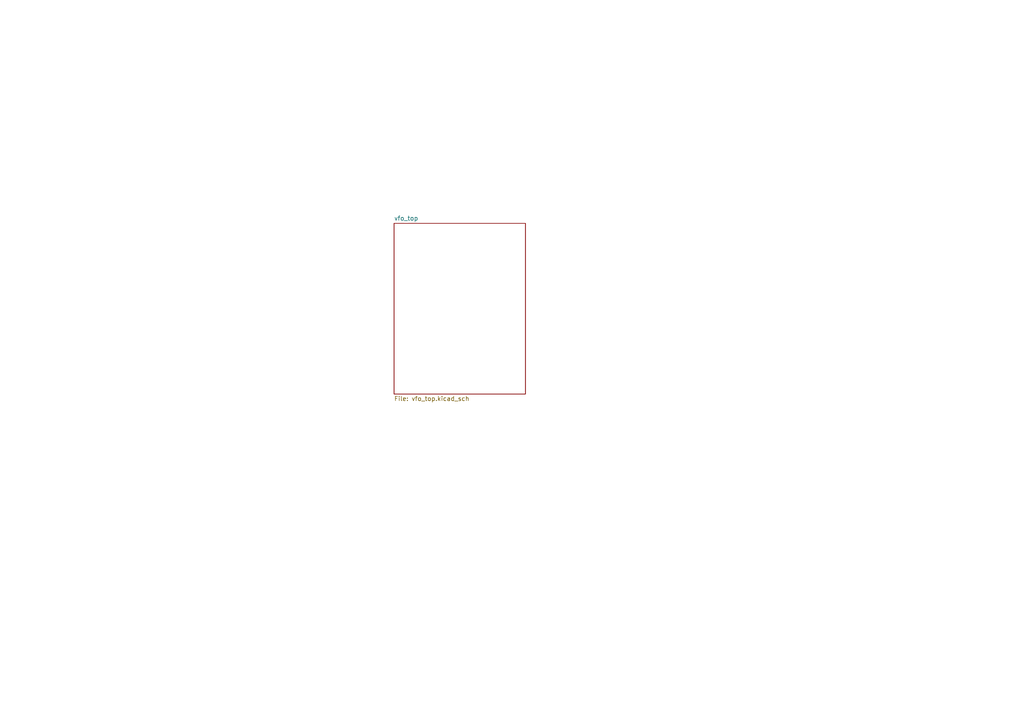
<source format=kicad_sch>
(kicad_sch (version 20211123) (generator eeschema)
  (paper "A4")
  (title_block (title "Quad output VFO") (rev "X2"))
  (lib_symbols)
  (sheet (at 114.3 64.77) (size 38.1 49.53)
    (property "Sheet name" "vfo_top" (at 114.3 64.0584 0) (effects (justify left bottom)))
    (property "Sheet file" "vfo_top.kicad_sch" (at 114.3 114.8846 0) (effects (justify left top)))
  )
)
</source>
